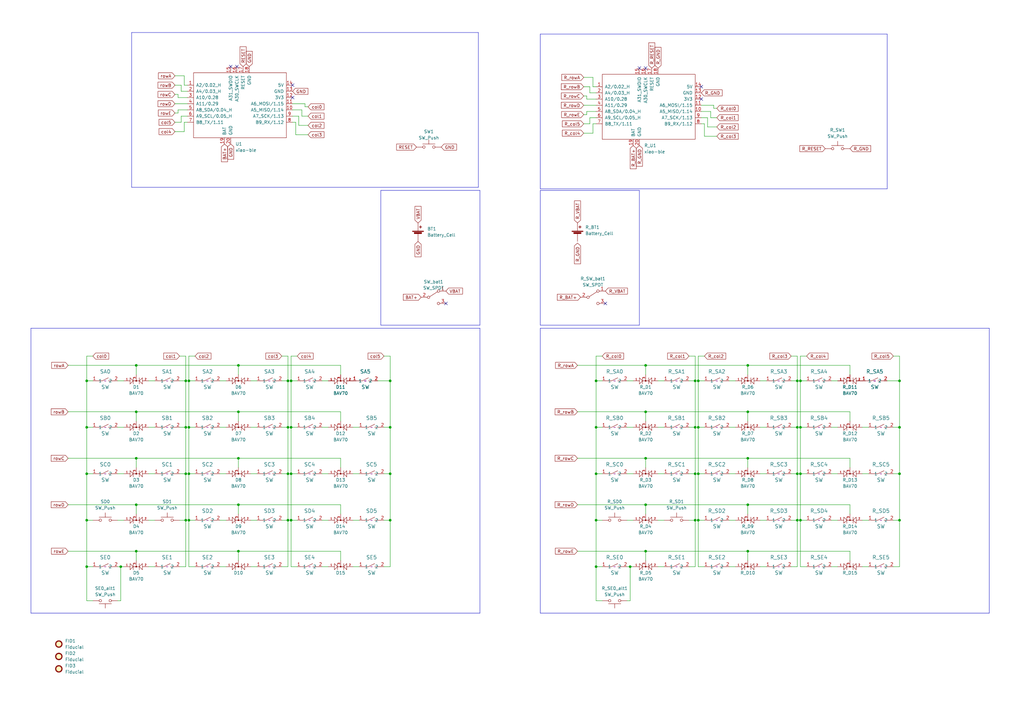
<source format=kicad_sch>
(kicad_sch (version 20230121) (generator eeschema)
  (paper "A3")
  (junction (at 76.2 213.36))
  (junction (at 368.935 194.31))
  (junction (at 160.02 175.26))
  (junction (at 118.11 213.36))
  (junction (at 119.38 156.21))
  (junction (at 368.935 213.36))
  (junction (at 328.295 194.31))
  (junction (at 264.795 187.96))
  (junction (at 264.795 207.01))
  (junction (at 328.295 213.36))
  (junction (at 286.385 175.26))
  (junction (at 55.88 187.96))
  (junction (at 285.115 213.36))
  (junction (at 327.025 213.36))
  (junction (at 118.11 156.21))
  (junction (at 55.88 168.91))
  (junction (at 97.79 187.96))
  (junction (at 306.705 149.86))
  (junction (at 244.475 175.26))
  (junction (at 76.2 175.26))
  (junction (at 328.295 175.26))
  (junction (at 77.47 194.31))
  (junction (at 77.47 175.26))
  (junction (at 286.385 156.21))
  (junction (at 306.705 187.96))
  (junction (at 119.38 194.31))
  (junction (at 286.385 213.36))
  (junction (at 368.935 156.21))
  (junction (at 35.56 175.26))
  (junction (at 306.705 226.06))
  (junction (at 285.115 175.26))
  (junction (at 55.88 207.01))
  (junction (at 76.2 156.21))
  (junction (at 264.795 149.86))
  (junction (at 244.475 213.36))
  (junction (at 119.38 213.36))
  (junction (at 286.385 194.31))
  (junction (at 35.56 156.21))
  (junction (at 306.705 207.01))
  (junction (at 244.475 194.31))
  (junction (at 258.445 232.41))
  (junction (at 160.02 213.36))
  (junction (at 160.02 194.31))
  (junction (at 285.115 194.31))
  (junction (at 328.295 156.21))
  (junction (at 35.56 232.41))
  (junction (at 285.115 156.21))
  (junction (at 264.795 226.06))
  (junction (at 97.79 168.91))
  (junction (at 264.795 168.91))
  (junction (at 119.38 175.26))
  (junction (at 55.88 226.06))
  (junction (at 118.11 175.26))
  (junction (at 327.025 175.26))
  (junction (at 97.79 207.01))
  (junction (at 77.47 213.36))
  (junction (at 118.11 194.31))
  (junction (at 35.56 194.31))
  (junction (at 49.53 232.41))
  (junction (at 97.79 149.86))
  (junction (at 77.47 156.21))
  (junction (at 160.02 156.21))
  (junction (at 97.79 226.06))
  (junction (at 327.025 194.31))
  (junction (at 76.2 194.31))
  (junction (at 35.56 213.36))
  (junction (at 55.88 149.86))
  (junction (at 244.475 232.41))
  (junction (at 327.025 156.21))
  (junction (at 368.935 175.26))
  (junction (at 306.705 168.91))
  (junction (at 244.475 156.21))
  (no_connect (at 120.015 40.005))
  (no_connect (at 264.795 27.94))
  (no_connect (at 248.285 124.46))
  (no_connect (at 262.255 27.94))
  (no_connect (at 287.655 35.56))
  (no_connect (at 182.88 124.46))
  (no_connect (at 120.015 34.925))
  (no_connect (at 287.655 40.64))
  (no_connect (at 97.155 27.305))
  (no_connect (at 94.615 27.305))
  (wire (pts (xy 328.295 175.26) (xy 330.835 175.26)))
  (wire (pts (xy 118.11 146.05) (xy 115.57 146.05)))
  (wire (pts (xy 311.785 213.36) (xy 314.325 213.36)))
  (wire (pts (xy 328.295 156.21) (xy 328.295 146.05)))
  (wire (pts (xy 286.385 194.31) (xy 288.925 194.31)))
  (wire (pts (xy 348.615 226.06) (xy 348.615 229.87)))
  (wire (pts (xy 236.855 149.86) (xy 264.795 149.86)))
  (wire (pts (xy 257.175 232.41) (xy 258.445 232.41)))
  (wire (pts (xy 244.475 194.31) (xy 247.015 194.31)))
  (wire (pts (xy 340.995 194.31) (xy 343.535 194.31)))
  (wire (pts (xy 27.94 149.86) (xy 55.88 149.86)))
  (wire (pts (xy 71.755 31.115) (xy 75.565 31.115)))
  (wire (pts (xy 264.795 207.01) (xy 264.795 210.82)))
  (wire (pts (xy 118.11 194.31) (xy 118.11 175.26)))
  (wire (pts (xy 353.695 175.26) (xy 356.235 175.26)))
  (wire (pts (xy 77.47 156.21) (xy 77.47 146.05)))
  (wire (pts (xy 55.88 187.96) (xy 55.88 191.77)))
  (wire (pts (xy 121.92 232.41) (xy 119.38 232.41)))
  (polyline (pts (xy 363.855 13.97) (xy 221.615 13.97)))
  (wire (pts (xy 240.665 40.64) (xy 244.475 40.64)))
  (polyline (pts (xy 405.765 134.62) (xy 405.765 251.46)))
  (wire (pts (xy 243.205 35.56) (xy 244.475 35.56)))
  (wire (pts (xy 306.705 226.06) (xy 348.615 226.06)))
  (wire (pts (xy 348.615 149.86) (xy 348.615 153.67)))
  (wire (pts (xy 247.015 232.41) (xy 244.475 232.41)))
  (wire (pts (xy 73.025 40.005) (xy 76.835 40.005)))
  (wire (pts (xy 328.295 156.21) (xy 330.835 156.21)))
  (wire (pts (xy 74.295 34.925) (xy 74.295 37.465)))
  (wire (pts (xy 49.53 232.41) (xy 49.53 246.38)))
  (wire (pts (xy 257.175 156.21) (xy 259.715 156.21)))
  (wire (pts (xy 90.17 156.21) (xy 92.71 156.21)))
  (wire (pts (xy 97.79 168.91) (xy 97.79 172.72)))
  (polyline (pts (xy 196.85 134.62) (xy 196.85 251.46)))
  (wire (pts (xy 240.665 45.72) (xy 244.475 45.72)))
  (wire (pts (xy 97.79 149.86) (xy 97.79 153.67)))
  (wire (pts (xy 125.095 43.815) (xy 125.095 42.545)))
  (wire (pts (xy 144.78 232.41) (xy 147.32 232.41)))
  (wire (pts (xy 132.08 232.41) (xy 134.62 232.41)))
  (wire (pts (xy 366.395 175.26) (xy 368.935 175.26)))
  (wire (pts (xy 73.66 213.36) (xy 76.2 213.36)))
  (polyline (pts (xy 221.615 133.35) (xy 262.255 133.35)))
  (wire (pts (xy 243.205 54.61) (xy 243.205 50.8)))
  (wire (pts (xy 244.475 194.31) (xy 244.475 213.36)))
  (wire (pts (xy 368.935 146.05) (xy 368.935 156.21)))
  (wire (pts (xy 119.38 156.21) (xy 121.92 156.21)))
  (polyline (pts (xy 405.765 251.46) (xy 221.615 251.46)))
  (wire (pts (xy 324.485 194.31) (xy 327.025 194.31)))
  (wire (pts (xy 119.38 194.31) (xy 119.38 213.36)))
  (wire (pts (xy 286.385 194.31) (xy 286.385 213.36)))
  (wire (pts (xy 239.395 31.75) (xy 243.205 31.75)))
  (wire (pts (xy 77.47 156.21) (xy 80.01 156.21)))
  (wire (pts (xy 244.475 146.05) (xy 247.015 146.05)))
  (wire (pts (xy 139.7 187.96) (xy 139.7 191.77)))
  (wire (pts (xy 366.395 213.36) (xy 368.935 213.36)))
  (polyline (pts (xy 53.975 13.335) (xy 53.975 76.835)))
  (wire (pts (xy 132.08 213.36) (xy 134.62 213.36)))
  (wire (pts (xy 102.87 213.36) (xy 105.41 213.36)))
  (wire (pts (xy 299.085 175.26) (xy 301.625 175.26)))
  (wire (pts (xy 102.87 156.21) (xy 105.41 156.21)))
  (wire (pts (xy 257.175 194.31) (xy 259.715 194.31)))
  (wire (pts (xy 290.195 48.26) (xy 287.655 48.26)))
  (wire (pts (xy 306.705 187.96) (xy 306.705 191.77)))
  (wire (pts (xy 71.755 38.735) (xy 73.025 38.735)))
  (wire (pts (xy 348.615 207.01) (xy 348.615 210.82)))
  (wire (pts (xy 236.855 207.01) (xy 264.795 207.01)))
  (wire (pts (xy 122.555 47.625) (xy 120.015 47.625)))
  (wire (pts (xy 132.08 156.21) (xy 134.62 156.21)))
  (polyline (pts (xy 12.7 134.62) (xy 12.7 251.46)))
  (wire (pts (xy 328.295 175.26) (xy 328.295 156.21)))
  (wire (pts (xy 239.395 50.8) (xy 241.935 50.8)))
  (wire (pts (xy 119.38 213.36) (xy 121.92 213.36)))
  (wire (pts (xy 292.735 44.45) (xy 292.735 43.18)))
  (wire (pts (xy 126.365 47.625) (xy 123.825 47.625)))
  (wire (pts (xy 73.025 38.735) (xy 73.025 40.005)))
  (polyline (pts (xy 12.7 134.62) (xy 196.85 134.62)))
  (wire (pts (xy 285.115 194.31) (xy 285.115 175.26)))
  (wire (pts (xy 306.705 149.86) (xy 306.705 153.67)))
  (wire (pts (xy 77.47 175.26) (xy 77.47 156.21)))
  (polyline (pts (xy 196.215 76.835) (xy 196.215 13.335)))
  (wire (pts (xy 77.47 194.31) (xy 80.01 194.31)))
  (wire (pts (xy 55.88 149.86) (xy 55.88 153.67)))
  (wire (pts (xy 76.2 156.21) (xy 76.2 146.05)))
  (wire (pts (xy 60.96 156.21) (xy 63.5 156.21)))
  (wire (pts (xy 118.11 213.36) (xy 118.11 232.41)))
  (wire (pts (xy 282.575 175.26) (xy 285.115 175.26)))
  (wire (pts (xy 73.66 194.31) (xy 76.2 194.31)))
  (wire (pts (xy 368.935 213.36) (xy 368.935 232.41)))
  (wire (pts (xy 55.88 207.01) (xy 55.88 210.82)))
  (wire (pts (xy 306.705 207.01) (xy 348.615 207.01)))
  (wire (pts (xy 27.94 168.91) (xy 55.88 168.91)))
  (wire (pts (xy 118.11 194.31) (xy 118.11 213.36)))
  (wire (pts (xy 27.94 207.01) (xy 55.88 207.01)))
  (wire (pts (xy 144.78 175.26) (xy 147.32 175.26)))
  (wire (pts (xy 119.38 194.31) (xy 119.38 175.26)))
  (wire (pts (xy 74.295 47.625) (xy 76.835 47.625)))
  (wire (pts (xy 269.875 213.36) (xy 272.415 213.36)))
  (wire (pts (xy 353.695 213.36) (xy 356.235 213.36)))
  (wire (pts (xy 119.38 156.21) (xy 119.38 146.05)))
  (wire (pts (xy 160.02 213.36) (xy 160.02 232.41)))
  (wire (pts (xy 291.465 45.72) (xy 287.655 45.72)))
  (wire (pts (xy 366.395 194.31) (xy 368.935 194.31)))
  (wire (pts (xy 258.445 232.41) (xy 258.445 246.38)))
  (wire (pts (xy 157.48 213.36) (xy 160.02 213.36)))
  (wire (pts (xy 77.47 175.26) (xy 80.01 175.26)))
  (wire (pts (xy 294.005 52.07) (xy 290.195 52.07)))
  (wire (pts (xy 121.285 55.245) (xy 126.365 55.245)))
  (wire (pts (xy 340.995 232.41) (xy 343.535 232.41)))
  (wire (pts (xy 306.705 149.86) (xy 348.615 149.86)))
  (wire (pts (xy 241.935 38.1) (xy 244.475 38.1)))
  (wire (pts (xy 264.795 207.01) (xy 306.705 207.01)))
  (wire (pts (xy 264.795 149.86) (xy 306.705 149.86)))
  (wire (pts (xy 38.1 232.41) (xy 35.56 232.41)))
  (wire (pts (xy 119.38 175.26) (xy 121.92 175.26)))
  (wire (pts (xy 306.705 168.91) (xy 306.705 172.72)))
  (wire (pts (xy 239.395 39.37) (xy 240.665 39.37)))
  (wire (pts (xy 269.875 232.41) (xy 272.415 232.41)))
  (wire (pts (xy 299.085 213.36) (xy 301.625 213.36)))
  (wire (pts (xy 286.385 213.36) (xy 286.385 232.41)))
  (polyline (pts (xy 196.215 13.335) (xy 53.975 13.335)))
  (wire (pts (xy 77.47 194.31) (xy 77.47 175.26)))
  (polyline (pts (xy 262.255 78.105) (xy 262.255 133.35)))
  (wire (pts (xy 243.205 31.75) (xy 243.205 35.56)))
  (wire (pts (xy 244.475 194.31) (xy 244.475 175.26)))
  (wire (pts (xy 327.025 175.26) (xy 327.025 156.21)))
  (wire (pts (xy 97.79 168.91) (xy 139.7 168.91)))
  (wire (pts (xy 60.96 175.26) (xy 63.5 175.26)))
  (wire (pts (xy 157.48 194.31) (xy 160.02 194.31)))
  (wire (pts (xy 340.995 175.26) (xy 343.535 175.26)))
  (polyline (pts (xy 53.975 76.835) (xy 196.215 76.835)))
  (wire (pts (xy 264.795 187.96) (xy 306.705 187.96)))
  (wire (pts (xy 241.935 50.8) (xy 241.935 48.26)))
  (wire (pts (xy 311.785 175.26) (xy 314.325 175.26)))
  (wire (pts (xy 236.855 168.91) (xy 264.795 168.91)))
  (wire (pts (xy 299.085 194.31) (xy 301.625 194.31)))
  (wire (pts (xy 115.57 175.26) (xy 118.11 175.26)))
  (wire (pts (xy 264.795 168.91) (xy 306.705 168.91)))
  (wire (pts (xy 269.875 156.21) (xy 272.415 156.21)))
  (wire (pts (xy 76.2 175.26) (xy 76.2 156.21)))
  (wire (pts (xy 97.79 226.06) (xy 97.79 229.87)))
  (wire (pts (xy 294.005 44.45) (xy 292.735 44.45)))
  (wire (pts (xy 327.025 194.31) (xy 327.025 175.26)))
  (wire (pts (xy 77.47 213.36) (xy 80.01 213.36)))
  (wire (pts (xy 27.94 187.96) (xy 55.88 187.96)))
  (wire (pts (xy 240.665 46.99) (xy 240.665 45.72)))
  (wire (pts (xy 285.115 213.36) (xy 285.115 232.41)))
  (wire (pts (xy 35.56 175.26) (xy 35.56 156.21)))
  (wire (pts (xy 121.285 50.165) (xy 121.285 55.245)))
  (wire (pts (xy 71.755 42.545) (xy 76.835 42.545)))
  (wire (pts (xy 76.2 194.31) (xy 76.2 175.26)))
  (polyline (pts (xy 156.21 133.35) (xy 156.21 78.105)))
  (wire (pts (xy 239.395 43.18) (xy 244.475 43.18)))
  (wire (pts (xy 328.295 213.36) (xy 330.835 213.36)))
  (wire (pts (xy 97.79 187.96) (xy 139.7 187.96)))
  (wire (pts (xy 368.935 194.31) (xy 368.935 213.36)))
  (wire (pts (xy 48.26 232.41) (xy 49.53 232.41)))
  (wire (pts (xy 119.38 213.36) (xy 119.38 232.41)))
  (wire (pts (xy 282.575 213.36) (xy 285.115 213.36)))
  (wire (pts (xy 35.56 194.31) (xy 35.56 175.26)))
  (wire (pts (xy 48.26 156.21) (xy 50.8 156.21)))
  (wire (pts (xy 282.575 194.31) (xy 285.115 194.31)))
  (wire (pts (xy 241.935 48.26) (xy 244.475 48.26)))
  (wire (pts (xy 73.66 175.26) (xy 76.2 175.26)))
  (wire (pts (xy 285.115 175.26) (xy 285.115 156.21)))
  (wire (pts (xy 311.785 156.21) (xy 314.325 156.21)))
  (polyline (pts (xy 196.85 78.105) (xy 196.85 133.35)))
  (wire (pts (xy 115.57 213.36) (xy 118.11 213.36)))
  (wire (pts (xy 102.87 175.26) (xy 105.41 175.26)))
  (wire (pts (xy 327.025 156.21) (xy 327.025 146.05)))
  (wire (pts (xy 90.17 213.36) (xy 92.71 213.36)))
  (wire (pts (xy 75.565 50.165) (xy 76.835 50.165)))
  (wire (pts (xy 258.445 246.38) (xy 257.175 246.38)))
  (wire (pts (xy 35.56 194.31) (xy 35.56 213.36)))
  (wire (pts (xy 97.79 207.01) (xy 97.79 210.82)))
  (wire (pts (xy 299.085 156.21) (xy 301.625 156.21)))
  (wire (pts (xy 299.085 232.41) (xy 301.625 232.41)))
  (wire (pts (xy 286.385 156.21) (xy 286.385 146.05)))
  (wire (pts (xy 55.88 168.91) (xy 55.88 172.72)))
  (wire (pts (xy 139.7 207.01) (xy 139.7 210.82)))
  (wire (pts (xy 269.875 175.26) (xy 272.415 175.26)))
  (wire (pts (xy 244.475 246.38) (xy 244.475 232.41)))
  (wire (pts (xy 264.795 168.91) (xy 264.795 172.72)))
  (wire (pts (xy 97.79 149.86) (xy 139.7 149.86)))
  (wire (pts (xy 118.11 175.26) (xy 118.11 156.21)))
  (wire (pts (xy 139.7 168.91) (xy 139.7 172.72)))
  (wire (pts (xy 311.785 232.41) (xy 314.325 232.41)))
  (wire (pts (xy 286.385 175.26) (xy 286.385 156.21)))
  (wire (pts (xy 160.02 156.21) (xy 160.02 175.26)))
  (wire (pts (xy 97.79 187.96) (xy 97.79 191.77)))
  (wire (pts (xy 90.17 194.31) (xy 92.71 194.31)))
  (wire (pts (xy 340.995 156.21) (xy 343.535 156.21)))
  (wire (pts (xy 324.485 156.21) (xy 327.025 156.21)))
  (wire (pts (xy 74.295 50.165) (xy 74.295 47.625)))
  (wire (pts (xy 48.26 175.26) (xy 50.8 175.26)))
  (wire (pts (xy 244.475 175.26) (xy 244.475 156.21)))
  (wire (pts (xy 144.78 194.31) (xy 147.32 194.31)))
  (wire (pts (xy 306.705 207.01) (xy 306.705 210.82)))
  (wire (pts (xy 244.475 213.36) (xy 247.015 213.36)))
  (wire (pts (xy 120.015 50.165) (xy 121.285 50.165)))
  (wire (pts (xy 328.295 194.31) (xy 330.835 194.31)))
  (wire (pts (xy 353.695 232.41) (xy 356.235 232.41)))
  (wire (pts (xy 324.485 175.26) (xy 327.025 175.26)))
  (wire (pts (xy 285.115 194.31) (xy 285.115 213.36)))
  (wire (pts (xy 123.825 47.625) (xy 123.825 45.085)))
  (wire (pts (xy 139.7 226.06) (xy 139.7 229.87)))
  (wire (pts (xy 35.56 194.31) (xy 38.1 194.31)))
  (wire (pts (xy 330.835 232.41) (xy 328.295 232.41)))
  (wire (pts (xy 311.785 194.31) (xy 314.325 194.31)))
  (wire (pts (xy 35.56 156.21) (xy 38.1 156.21)))
  (wire (pts (xy 35.56 213.36) (xy 38.1 213.36)))
  (wire (pts (xy 286.385 146.05) (xy 288.925 146.05)))
  (wire (pts (xy 38.1 246.38) (xy 35.56 246.38)))
  (wire (pts (xy 328.295 194.31) (xy 328.295 175.26)))
  (wire (pts (xy 286.385 156.21) (xy 288.925 156.21)))
  (wire (pts (xy 264.795 226.06) (xy 264.795 229.87)))
  (wire (pts (xy 363.855 156.21) (xy 368.935 156.21)))
  (wire (pts (xy 76.2 213.36) (xy 76.2 232.41)))
  (wire (pts (xy 49.53 232.41) (xy 50.8 232.41)))
  (wire (pts (xy 71.755 34.925) (xy 74.295 34.925)))
  (wire (pts (xy 35.56 146.05) (xy 38.1 146.05)))
  (wire (pts (xy 102.87 232.41) (xy 105.41 232.41)))
  (wire (pts (xy 240.665 39.37) (xy 240.665 40.64)))
  (wire (pts (xy 97.79 207.01) (xy 139.7 207.01)))
  (wire (pts (xy 119.38 194.31) (xy 121.92 194.31)))
  (wire (pts (xy 258.445 232.41) (xy 259.715 232.41)))
  (wire (pts (xy 244.475 213.36) (xy 244.475 232.41)))
  (wire (pts (xy 123.825 45.085) (xy 120.015 45.085)))
  (wire (pts (xy 291.465 48.26) (xy 291.465 45.72)))
  (wire (pts (xy 160.02 146.05) (xy 157.48 146.05)))
  (polyline (pts (xy 221.615 134.62) (xy 221.615 251.46)))
  (wire (pts (xy 126.365 43.815) (xy 125.095 43.815)))
  (polyline (pts (xy 156.21 133.35) (xy 196.85 133.35)))
  (wire (pts (xy 55.88 187.96) (xy 97.79 187.96)))
  (wire (pts (xy 35.56 246.38) (xy 35.56 232.41)))
  (wire (pts (xy 102.87 194.31) (xy 105.41 194.31)))
  (wire (pts (xy 160.02 194.31) (xy 160.02 213.36)))
  (wire (pts (xy 115.57 194.31) (xy 118.11 194.31)))
  (polyline (pts (xy 363.855 77.47) (xy 363.855 13.97)))
  (wire (pts (xy 368.935 194.31) (xy 368.935 175.26)))
  (wire (pts (xy 132.08 175.26) (xy 134.62 175.26)))
  (wire (pts (xy 157.48 175.26) (xy 160.02 175.26)))
  (wire (pts (xy 71.755 46.355) (xy 73.025 46.355)))
  (wire (pts (xy 90.17 175.26) (xy 92.71 175.26)))
  (wire (pts (xy 97.79 226.06) (xy 139.7 226.06)))
  (polyline (pts (xy 221.615 77.47) (xy 363.855 77.47)))
  (wire (pts (xy 76.2 232.41) (xy 73.66 232.41)))
  (wire (pts (xy 236.855 187.96) (xy 264.795 187.96)))
  (wire (pts (xy 55.88 226.06) (xy 55.88 229.87)))
  (wire (pts (xy 282.575 156.21) (xy 285.115 156.21)))
  (wire (pts (xy 366.395 232.41) (xy 368.935 232.41)))
  (wire (pts (xy 286.385 232.41) (xy 288.925 232.41)))
  (wire (pts (xy 125.095 42.545) (xy 120.015 42.545)))
  (wire (pts (xy 48.26 194.31) (xy 50.8 194.31)))
  (wire (pts (xy 324.485 213.36) (xy 327.025 213.36)))
  (wire (pts (xy 244.475 175.26) (xy 247.015 175.26)))
  (wire (pts (xy 286.385 213.36) (xy 288.925 213.36)))
  (wire (pts (xy 27.94 226.06) (xy 55.88 226.06)))
  (wire (pts (xy 286.385 194.31) (xy 286.385 175.26)))
  (wire (pts (xy 353.695 194.31) (xy 356.235 194.31)))
  (wire (pts (xy 75.565 53.975) (xy 75.565 50.165)))
  (wire (pts (xy 122.555 51.435) (xy 122.555 47.625)))
  (wire (pts (xy 71.755 50.165) (xy 74.295 50.165)))
  (wire (pts (xy 327.025 146.05) (xy 324.485 146.05)))
  (wire (pts (xy 76.2 146.05) (xy 73.66 146.05)))
  (wire (pts (xy 244.475 156.21) (xy 244.475 146.05)))
  (wire (pts (xy 77.47 232.41) (xy 80.01 232.41)))
  (wire (pts (xy 119.38 146.05) (xy 121.92 146.05)))
  (wire (pts (xy 35.56 175.26) (xy 38.1 175.26)))
  (wire (pts (xy 55.88 168.91) (xy 97.79 168.91)))
  (wire (pts (xy 340.995 213.36) (xy 343.535 213.36)))
  (wire (pts (xy 306.705 226.06) (xy 306.705 229.87)))
  (wire (pts (xy 257.175 213.36) (xy 259.715 213.36)))
  (wire (pts (xy 243.205 50.8) (xy 244.475 50.8)))
  (wire (pts (xy 348.615 187.96) (xy 348.615 191.77)))
  (wire (pts (xy 115.57 156.21) (xy 118.11 156.21)))
  (wire (pts (xy 77.47 213.36) (xy 77.47 232.41)))
  (wire (pts (xy 328.295 146.05) (xy 330.835 146.05)))
  (wire (pts (xy 327.025 194.31) (xy 327.025 213.36)))
  (wire (pts (xy 264.795 149.86) (xy 264.795 153.67)))
  (wire (pts (xy 287.655 50.8) (xy 288.925 50.8)))
  (wire (pts (xy 74.295 37.465) (xy 76.835 37.465)))
  (wire (pts (xy 328.295 194.31) (xy 328.295 213.36)))
  (wire (pts (xy 328.295 213.36) (xy 328.295 232.41)))
  (wire (pts (xy 55.88 226.06) (xy 97.79 226.06)))
  (wire (pts (xy 160.02 146.05) (xy 160.02 156.21)))
  (wire (pts (xy 288.925 55.88) (xy 294.005 55.88)))
  (wire (pts (xy 73.66 156.21) (xy 76.2 156.21)))
  (wire (pts (xy 306.705 168.91) (xy 348.615 168.91)))
  (wire (pts (xy 75.565 34.925) (xy 76.835 34.925)))
  (wire (pts (xy 244.475 156.21) (xy 247.015 156.21)))
  (wire (pts (xy 239.395 46.99) (xy 240.665 46.99)))
  (polyline (pts (xy 196.85 251.46) (xy 12.7 251.46)))
  (wire (pts (xy 285.115 156.21) (xy 285.115 146.05)))
  (wire (pts (xy 73.025 46.355) (xy 73.025 45.085)))
  (wire (pts (xy 118.11 156.21) (xy 118.11 146.05)))
  (polyline (pts (xy 221.615 133.35) (xy 221.615 78.105)))
  (wire (pts (xy 77.47 194.31) (xy 77.47 213.36)))
  (wire (pts (xy 368.935 156.21) (xy 368.935 175.26)))
  (wire (pts (xy 290.195 52.07) (xy 290.195 48.26)))
  (wire (pts (xy 144.78 213.36) (xy 147.32 213.36)))
  (wire (pts (xy 239.395 35.56) (xy 241.935 35.56)))
  (wire (pts (xy 285.115 146.05) (xy 282.575 146.05)))
  (wire (pts (xy 126.365 51.435) (xy 122.555 51.435)))
  (wire (pts (xy 324.485 232.41) (xy 327.025 232.41)))
  (wire (pts (xy 49.53 246.38) (xy 48.26 246.38)))
  (wire (pts (xy 132.08 194.31) (xy 134.62 194.31)))
  (wire (pts (xy 60.96 194.31) (xy 63.5 194.31)))
  (polyline (pts (xy 156.21 78.105) (xy 196.85 78.105)))
  (wire (pts (xy 77.47 146.05) (xy 80.01 146.05)))
  (wire (pts (xy 368.935 146.05) (xy 366.395 146.05)))
  (wire (pts (xy 71.755 53.975) (xy 75.565 53.975)))
  (wire (pts (xy 139.7 149.86) (xy 139.7 153.67)))
  (polyline (pts (xy 221.615 78.105) (xy 262.255 78.105)))
  (wire (pts (xy 160.02 194.31) (xy 160.02 175.26)))
  (wire (pts (xy 348.615 168.91) (xy 348.615 172.72)))
  (polyline (pts (xy 221.615 13.97) (xy 221.615 77.47)))
  (wire (pts (xy 292.735 43.18) (xy 287.655 43.18)))
  (wire (pts (xy 306.705 187.96) (xy 348.615 187.96)))
  (wire (pts (xy 76.2 194.31) (xy 76.2 213.36)))
  (wire (pts (xy 35.56 213.36) (xy 35.56 232.41)))
  (wire (pts (xy 73.025 45.085) (xy 76.835 45.085)))
  (wire (pts (xy 154.94 156.21) (xy 160.02 156.21)))
  (wire (pts (xy 157.48 232.41) (xy 160.02 232.41)))
  (wire (pts (xy 288.925 50.8) (xy 288.925 55.88)))
  (wire (pts (xy 236.855 226.06) (xy 264.795 226.06)))
  (wire (pts (xy 90.17 232.41) (xy 92.71 232.41)))
  (wire (pts (xy 241.935 35.56) (xy 241.935 38.1)))
  (wire (pts (xy 247.015 246.38) (xy 244.475 246.38)))
  (wire (pts (xy 285.115 232.41) (xy 282.575 232.41)))
  (wire (pts (xy 257.175 175.26) (xy 259.715 175.26)))
  (wire (pts (xy 269.875 194.31) (xy 272.415 194.31)))
  (wire (pts (xy 55.88 207.01) (xy 97.79 207.01)))
  (wire (pts (xy 294.005 48.26) (xy 291.465 48.26)))
  (wire (pts (xy 327.025 213.36) (xy 327.025 232.41)))
  (wire (pts (xy 119.38 175.26) (xy 119.38 156.21)))
  (wire (pts (xy 286.385 175.26) (xy 288.925 175.26)))
  (wire (pts (xy 55.88 149.86) (xy 97.79 149.86)))
  (wire (pts (xy 48.26 213.36) (xy 50.8 213.36)))
  (wire (pts (xy 239.395 54.61) (xy 243.205 54.61)))
  (wire (pts (xy 75.565 31.115) (xy 75.565 34.925)))
  (wire (pts (xy 115.57 232.41) (xy 118.11 232.41)))
  (polyline (pts (xy 221.615 134.62) (xy 405.765 134.62)))
  (wire (pts (xy 60.96 232.41) (xy 63.5 232.41)))
  (wire (pts (xy 264.795 187.96) (xy 264.795 191.77)))
  (wire (pts (xy 264.795 226.06) (xy 306.705 226.06)))
  (wire (pts (xy 35.56 156.21) (xy 35.56 146.05)))
  (wire (pts (xy 60.96 213.36) (xy 63.5 213.36)))
  (global_label "col5" (shape input) (at 157.48 146.05 180) (property "Intersheetrefs" "${INTERSHEET_REFS}" (effects hide)))
  (global_label "R_rowE" (shape input) (at 236.855 226.06 180) (property "Intersheetrefs" "${INTERSHEET_REFS}" (effects hide)))
  (global_label "rowA" (shape input) (at 27.94 149.86 180) (property "Intersheetrefs" "${INTERSHEET_REFS}" (effects hide)))
  (global_label "R_GND" (shape input) (at 269.875 27.94 90) (property "Intersheetrefs" "${INTERSHEET_REFS}" (effects hide)))
  (global_label "R_rowA" (shape input) (at 239.395 31.75 180) (property "Intersheetrefs" "${INTERSHEET_REFS}" (effects hide)))
  (global_label "RESET" (shape input) (at 99.695 27.305 90) (property "Intersheetrefs" "${INTERSHEET_REFS}" (effects hide)))
  (global_label "R_BAT+" (shape input) (at 238.125 121.92 180) (property "Intersheetrefs" "${INTERSHEET_REFS}" (effects hide)))
  (global_label "col5" (shape input) (at 71.755 50.165 180) (property "Intersheetrefs" "${INTERSHEET_REFS}" (effects hide)))
  (global_label "GND" (shape input) (at 180.975 60.325 0) (property "Intersheetrefs" "${INTERSHEET_REFS}" (effects hide)))
  (global_label "R_rowA" (shape input) (at 236.855 149.86 180) (property "Intersheetrefs" "${INTERSHEET_REFS}" (effects hide)))
  (global_label "rowD" (shape input) (at 71.755 42.545 180) (property "Intersheetrefs" "${INTERSHEET_REFS}" (effects hide)))
  (global_label "R_col4" (shape input) (at 330.835 146.05 0) (property "Intersheetrefs" "${INTERSHEET_REFS}" (effects hide)))
  (global_label "col4" (shape input) (at 71.755 53.975 180) (property "Intersheetrefs" "${INTERSHEET_REFS}" (effects hide)))
  (global_label "GND" (shape input) (at 120.015 37.465 0) (property "Intersheetrefs" "${INTERSHEET_REFS}" (effects hide)))
  (global_label "R_col3" (shape input) (at 294.005 55.88 0) (property "Intersheetrefs" "${INTERSHEET_REFS}" (effects hide)))
  (global_label "R_GND" (shape input) (at 348.615 60.96 0) (property "Intersheetrefs" "${INTERSHEET_REFS}" (effects hide)))
  (global_label "R_GND" (shape input) (at 262.255 59.69 270) (property "Intersheetrefs" "${INTERSHEET_REFS}" (effects hide)))
  (global_label "col1" (shape input) (at 73.66 146.05 180) (property "Intersheetrefs" "${INTERSHEET_REFS}" (effects hide)))
  (global_label "R_GND" (shape input) (at 236.855 99.695 270) (property "Intersheetrefs" "${INTERSHEET_REFS}" (effects hide)))
  (global_label "col1" (shape input) (at 126.365 47.625 0) (property "Intersheetrefs" "${INTERSHEET_REFS}" (effects hide)))
  (global_label "col2" (shape input) (at 126.365 51.435 0) (property "Intersheetrefs" "${INTERSHEET_REFS}" (effects hide)))
  (global_label "rowA" (shape input) (at 71.755 31.115 180) (property "Intersheetrefs" "${INTERSHEET_REFS}" (effects hide)))
  (global_label "R_col2" (shape input) (at 294.005 52.07 0) (property "Intersheetrefs" "${INTERSHEET_REFS}" (effects hide)))
  (global_label "R_VBAT" (shape input) (at 236.855 91.44 90) (property "Intersheetrefs" "${INTERSHEET_REFS}" (effects hide)))
  (global_label "R_col5" (shape input) (at 239.395 50.8 180) (property "Intersheetrefs" "${INTERSHEET_REFS}" (effects hide)))
  (global_label "R_col0" (shape input) (at 247.015 146.05 0) (property "Intersheetrefs" "${INTERSHEET_REFS}" (effects hide)))
  (global_label "col4" (shape input) (at 121.92 146.05 0) (property "Intersheetrefs" "${INTERSHEET_REFS}" (effects hide)))
  (global_label "GND" (shape input) (at 171.45 99.06 270) (property "Intersheetrefs" "${INTERSHEET_REFS}" (effects hide)))
  (global_label "col3" (shape input) (at 126.365 55.245 0) (property "Intersheetrefs" "${INTERSHEET_REFS}" (effects hide)))
  (global_label "rowC" (shape input) (at 71.755 38.735 180) (property "Intersheetrefs" "${INTERSHEET_REFS}" (effects hide)))
  (global_label "BAT+" (shape input) (at 172.72 121.92 180) (property "Intersheetrefs" "${INTERSHEET_REFS}" (effects hide)))
  (global_label "GND" (shape input) (at 94.615 59.055 270) (property "Intersheetrefs" "${INTERSHEET_REFS}" (effects hide)))
  (global_label "col0" (shape input) (at 126.365 43.815 0) (property "Intersheetrefs" "${INTERSHEET_REFS}" (effects hide)))
  (global_label "R_GND" (shape input) (at 287.655 38.1 0) (property "Intersheetrefs" "${INTERSHEET_REFS}" (effects hide)))
  (global_label "R_col4" (shape input) (at 239.395 54.61 180) (property "Intersheetrefs" "${INTERSHEET_REFS}" (effects hide)))
  (global_label "col2" (shape input) (at 80.01 146.05 0) (property "Intersheetrefs" "${INTERSHEET_REFS}" (effects hide)))
  (global_label "R_VBAT" (shape input) (at 248.285 119.38 0) (property "Intersheetrefs" "${INTERSHEET_REFS}" (effects hide)))
  (global_label "RESET" (shape input) (at 170.815 60.325 180) (property "Intersheetrefs" "${INTERSHEET_REFS}" (effects hide)))
  (global_label "R_col0" (shape input) (at 294.005 44.45 0) (property "Intersheetrefs" "${INTERSHEET_REFS}" (effects hide)))
  (global_label "R_rowE" (shape input) (at 239.395 46.99 180) (property "Intersheetrefs" "${INTERSHEET_REFS}" (effects hide)))
  (global_label "R_RESET" (shape input) (at 267.335 27.94 90) (property "Intersheetrefs" "${INTERSHEET_REFS}" (effects hide)))
  (global_label "VBAT" (shape input) (at 171.45 91.44 90) (property "Intersheetrefs" "${INTERSHEET_REFS}" (effects hide)))
  (global_label "BAT+" (shape input) (at 92.075 59.055 270) (property "Intersheetrefs" "${INTERSHEET_REFS}" (effects hide)))
  (global_label "R_rowB" (shape input) (at 239.395 35.56 180) (property "Intersheetrefs" "${INTERSHEET_REFS}" (effects hide)))
  (global_label "R_col5" (shape input) (at 366.395 146.05 180) (property "Intersheetrefs" "${INTERSHEET_REFS}" (effects hide)))
  (global_label "rowB" (shape input) (at 71.755 34.925 180) (property "Intersheetrefs" "${INTERSHEET_REFS}" (effects hide)))
  (global_label "R_col1" (shape input) (at 294.005 48.26 0) (property "Intersheetrefs" "${INTERSHEET_REFS}" (effects hide)))
  (global_label "GND" (shape input) (at 102.235 27.305 90) (property "Intersheetrefs" "${INTERSHEET_REFS}" (effects hide)))
  (global_label "R_RESET" (shape input) (at 338.455 60.96 180) (property "Intersheetrefs" "${INTERSHEET_REFS}" (effects hide)))
  (global_label "rowD" (shape input) (at 27.94 207.01 180) (property "Intersheetrefs" "${INTERSHEET_REFS}" (effects hide)))
  (global_label "col3" (shape input) (at 115.57 146.05 180) (property "Intersheetrefs" "${INTERSHEET_REFS}" (effects hide)))
  (global_label "VBAT" (shape input) (at 182.88 119.38 0) (property "Intersheetrefs" "${INTERSHEET_REFS}" (effects hide)))
  (global_label "R_BAT+" (shape input) (at 259.715 59.69 270) (property "Intersheetrefs" "${INTERSHEET_REFS}" (effects hide)))
  (global_label "R_rowD" (shape input) (at 239.395 43.18 180) (property "Intersheetrefs" "${INTERSHEET_REFS}" (effects hide)))
  (global_label "rowE" (shape input) (at 27.94 226.06 180) (property "Intersheetrefs" "${INTERSHEET_REFS}" (effects hide)))
  (global_label "R_rowC" (shape input) (at 236.855 187.96 180) (property "Intersheetrefs" "${INTERSHEET_REFS}" (effects hide)))
  (global_label "col0" (shape input) (at 38.1 146.05 0) (property "Intersheetrefs" "${INTERSHEET_REFS}" (effects hide)))
  (global_label "R_col3" (shape input) (at 324.485 146.05 180) (property "Intersheetrefs" "${INTERSHEET_REFS}" (effects hide)))
  (global_label "R_rowC" (shape input) (at 239.395 39.37 180) (property "Intersheetrefs" "${INTERSHEET_REFS}" (effects hide)))
  (global_label "R_rowB" (shape input) (at 236.855 168.91 180) (property "Intersheetrefs" "${INTERSHEET_REFS}" (effects hide)))
  (global_label "R_col1" (shape input) (at 282.575 146.05 180) (property "Intersheetrefs" "${INTERSHEET_REFS}" (effects hide)))
  (global_label "rowB" (shape input) (at 27.94 168.91 180) (property "Intersheetrefs" "${INTERSHEET_REFS}" (effects hide)))
  (global_label "R_col2" (shape input) (at 288.925 146.05 0) (property "Intersheetrefs" "${INTERSHEET_REFS}" (effects hide)))
  (global_label "R_rowD" (shape input) (at 236.855 207.01 180) (property "Intersheetrefs" "${INTERSHEET_REFS}" (effects hide)))
  (global_label "rowC" (shape input) (at 27.94 187.96 180) (property "Intersheetrefs" "${INTERSHEET_REFS}" (effects hide)))
  (global_label "rowE" (shape input) (at 71.755 46.355 180) (property "Intersheetrefs" "${INTERSHEET_REFS}" (effects hide)))
  (symbol (lib_id "YAEMK:MX_1U") (at 319.405 156.21 0) (unit 1)
    (property "Reference" "R_SA3" (at 319.405 152.4 0) (effects (font (size 1.524 1.524))))
    (property "Value" "SW" (at 319.405 158.75 0) (effects (font (size 1.524 1.524))))
    (property "Footprint" "pretty:CherryMX_Hotswap" (effects hide))
    (property "Datasheet" "~" (at 319.405 156.21 0) (effects (font (size 1.524 1.524))))
    (property "JLCPCB BOM" "0" (effects hide))
  )
  (symbol (lib_id "Mechanical:Fiducial") (at 24.13 264.16 0) (unit 1)
    (property "Reference" "FID1" (at 26.67 262.8899 0) (effects (justify left)))
    (property "Value" "Fiducial" (at 26.67 265.4299 0) (effects (justify left)))
    (property "Footprint" "Fiducial:Fiducial_1mm_Mask2mm" (effects hide))
  )
  (symbol (lib_id "Mechanical:Fiducial") (at 24.13 274.32 0) (unit 1)
    (property "Reference" "FID3" (at 26.67 273.0499 0) (effects (justify left)))
    (property "Value" "Fiducial" (at 26.67 275.5899 0) (effects (justify left)))
    (property "Footprint" "Fiducial:Fiducial_1mm_Mask2mm" (effects hide))
  )
  (symbol (lib_id "YAEMK:MX_1U") (at 277.495 175.26 0) (unit 1)
    (property "Reference" "R_SB1" (at 277.495 171.45 0) (effects (font (size 1.524 1.524))))
    (property "Value" "SW" (at 277.495 177.8 0) (effects (font (size 1.524 1.524))))
    (property "Footprint" "pretty:CherryMX_Hotswap" (effects hide))
    (property "Datasheet" "~" (at 277.495 175.26 0) (effects (font (size 1.524 1.524))))
    (property "JLCPCB BOM" "0" (effects hide))
  )
  (symbol (lib_id "hillside_basic:BAV70_Small") (at 264.795 213.36 0) (mirror x) (unit 1)
    (property "Reference" "R_D4" (at 264.795 215.9 0))
    (property "Value" "BAV70" (at 264.795 218.44 0))
    (property "Footprint" "Package_TO_SOT_SMD:SOT-23" (effects hide))
    (property "Datasheet" "https://assets.nexperia.com/documents/data-sheet/BAV70_SER.pdf" (effects hide))
  )
  (symbol (lib_id "YAEMK:MX_1U") (at 319.405 232.41 0) (unit 1)
    (property "Reference" "R_SE3" (at 319.405 228.6 0) (effects (font (size 1.524 1.524))))
    (property "Value" "SW" (at 319.405 234.95 0) (effects (font (size 1.524 1.524))))
    (property "Footprint" "pretty:CherryMX_Hotswap" (effects hide))
    (property "Datasheet" "~" (at 319.405 232.41 0) (effects (font (size 1.524 1.524))))
    (property "JLCPCB BOM" "0" (effects hide))
  )
  (symbol (lib_id "YAEMK:MX_1U") (at 252.095 156.21 0) (unit 1)
    (property "Reference" "R_SA0" (at 252.095 152.4 0) (effects (font (size 1.524 1.524))))
    (property "Value" "SW" (at 252.095 158.75 0) (effects (font (size 1.524 1.524))))
    (property "Footprint" "pretty:CherryMX_Hotswap" (effects hide))
    (property "Datasheet" "~" (at 252.095 156.21 0) (effects (font (size 1.524 1.524))))
    (property "JLCPCB BOM" "0" (effects hide))
  )
  (symbol (lib_id "hillside_basic:BAV70_Small") (at 55.88 213.36 0) (mirror x) (unit 1)
    (property "Reference" "D4" (at 55.88 215.9 0))
    (property "Value" "BAV70" (at 55.88 218.44 0))
    (property "Footprint" "Package_TO_SOT_SMD:SOT-23" (effects hide))
    (property "Datasheet" "https://assets.nexperia.com/documents/data-sheet/BAV70_SER.pdf" (effects hide))
  )
  (symbol (lib_id "YAEMK:MX_1U") (at 152.4 213.36 0) (unit 1)
    (property "Reference" "SD5" (at 152.4 209.55 0) (effects (font (size 1.524 1.524))))
    (property "Value" "SW" (at 152.4 215.9 0) (effects (font (size 1.524 1.524))))
    (property "Footprint" "pretty:CherryMX_1.25U_Hotswap" (effects hide))
    (property "Datasheet" "~" (at 152.4 213.36 0) (effects (font (size 1.524 1.524))))
    (property "JLCPCB BOM" "0" (effects hide))
  )
  (symbol (lib_id "YAEMK:MX_1U") (at 152.4 175.26 0) (unit 1)
    (property "Reference" "SB5" (at 152.4 171.45 0) (effects (font (size 1.524 1.524))))
    (property "Value" "SW" (at 152.4 177.8 0) (effects (font (size 1.524 1.524))))
    (property "Footprint" "pretty:CherryMX_Hotswap" (effects hide))
    (property "Datasheet" "~" (at 152.4 175.26 0) (effects (font (size 1.524 1.524))))
    (property "JLCPCB BOM" "0" (effects hide))
  )
  (symbol (lib_id "hillside_basic:BAV70_Small") (at 55.88 232.41 0) (mirror x) (unit 1)
    (property "Reference" "D5" (at 55.88 234.95 0))
    (property "Value" "BAV70" (at 55.88 237.49 0))
    (property "Footprint" "pretty:SOT-23" (effects hide))
    (property "Datasheet" "https://assets.nexperia.com/documents/data-sheet/BAV70_SER.pdf" (effects hide))
  )
  (symbol (lib_id "hillside_basic:BAV70_Small") (at 306.705 156.21 0) (mirror x) (unit 1)
    (property "Reference" "R_D6" (at 306.705 158.75 0))
    (property "Value" "BAV70" (at 306.705 161.29 0))
    (property "Footprint" "pretty:SOT-23" (effects hide))
    (property "Datasheet" "https://assets.nexperia.com/documents/data-sheet/BAV70_SER.pdf" (effects hide))
  )
  (symbol (lib_id "YAEMK:MX_1U") (at 361.315 194.31 0) (unit 1)
    (property "Reference" "R_SC5" (at 361.315 190.5 0) (effects (font (size 1.524 1.524))))
    (property "Value" "SW" (at 361.315 196.85 0) (effects (font (size 1.524 1.524))))
    (property "Footprint" "pretty:CherryMX_Hotswap" (effects hide))
    (property "Datasheet" "~" (at 361.315 194.31 0) (effects (font (size 1.524 1.524))))
    (property "JLCPCB BOM" "0" (effects hide))
  )
  (symbol (lib_id "YAEMK:MX_1U") (at 335.915 175.26 0) (unit 1)
    (property "Reference" "R_SB4" (at 335.915 171.45 0) (effects (font (size 1.524 1.524))))
    (property "Value" "SW" (at 335.915 177.8 0) (effects (font (size 1.524 1.524))))
    (property "Footprint" "pretty:CherryMX_Hotswap" (effects hide))
    (property "Datasheet" "~" (at 335.915 175.26 0) (effects (font (size 1.524 1.524))))
    (property "JLCPCB BOM" "0" (effects hide))
  )
  (symbol (lib_id "hillside_basic:BAV70_Small") (at 97.79 156.21 0) (mirror x) (unit 1)
    (property "Reference" "D6" (at 97.79 158.75 0))
    (property "Value" "BAV70" (at 97.79 161.29 0))
    (property "Footprint" "pretty:SOT-23" (effects hide))
    (property "Datasheet" "https://assets.nexperia.com/documents/data-sheet/BAV70_SER.pdf" (effects hide))
  )
  (symbol (lib_id "Switch:SW_Push") (at 175.895 60.325 0) (unit 1)
    (property "Reference" "SW1" (at 175.895 53.975 0))
    (property "Value" "SW_Push" (at 175.895 56.515 0))
    (property "Footprint" "Button_Switch_SMD:SW_SPST_TL3342" (effects hide))
  )
  (symbol (lib_id "YAEMK:MX_1U") (at 85.09 156.21 0) (unit 1)
    (property "Reference" "SA2" (at 85.09 152.4 0) (effects (font (size 1.524 1.524))))
    (property "Value" "SW" (at 85.09 158.75 0) (effects (font (size 1.524 1.524))))
    (property "Footprint" "pretty:CherryMX_Hotswap" (effects hide))
    (property "Datasheet" "~" (at 85.09 156.21 0) (effects (font (size 1.524 1.524))))
    (property "JLCPCB BOM" "0" (effects hide))
  )
  (symbol (lib_id "hillside_basic:BAV70_Small") (at 348.615 175.26 0) (mirror x) (unit 1)
    (property "Reference" "R_D12" (at 348.615 177.8 0))
    (property "Value" "BAV70" (at 348.615 180.34 0))
    (property "Footprint" "pretty:SOT-23" (effects hide))
    (property "Datasheet" "https://assets.nexperia.com/documents/data-sheet/BAV70_SER.pdf" (effects hide))
  )
  (symbol (lib_id "YAEMK:MX_1U") (at 252.095 194.31 0) (unit 1)
    (property "Reference" "R_SC0" (at 252.095 190.5 0) (effects (font (size 1.524 1.524))))
    (property "Value" "SW" (at 252.095 196.85 0) (effects (font (size 1.524 1.524))))
    (property "Footprint" "pretty:CherryMX_Hotswap" (effects hide))
    (property "Datasheet" "~" (at 252.095 194.31 0) (effects (font (size 1.524 1.524))))
    (property "JLCPCB BOM" "0" (effects hide))
  )
  (symbol (lib_id "YAEMK:MX_1U") (at 294.005 232.41 0) (unit 1)
    (property "Reference" "R_SE2" (at 294.005 228.6 0) (effects (font (size 1.524 1.524))))
    (property "Value" "SW" (at 294.005 234.95 0) (effects (font (size 1.524 1.524))))
    (property "Footprint" "pretty:CherryMX_1.25U_Hotswap" (effects hide))
    (property "Datasheet" "~" (at 294.005 232.41 0) (effects (font (size 1.524 1.524))))
    (property "JLCPCB BOM" "0" (effects hide))
  )
  (symbol (lib_id "YAEMK:MX_1U") (at 361.315 232.41 0) (unit 1)
    (property "Reference" "R_SE5" (at 361.315 228.6 0) (effects (font (size 1.524 1.524))))
    (property "Value" "SW" (at 361.315 234.95 0) (effects (font (size 1.524 1.524))))
    (property "Footprint" "pretty:CherryMX_Hotswap" (effects hide))
    (property "Datasheet" "~" (at 361.315 232.41 0) (effects (font (size 1.524 1.524))))
    (property "JLCPCB BOM" "0" (effects hide))
  )
  (symbol (lib_id "YAEMK:MX_1U") (at 68.58 175.26 0) (unit 1)
    (property "Reference" "SB1" (at 68.58 171.45 0) (effects (font (size 1.524 1.524))))
    (property "Value" "SW" (at 68.58 177.8 0) (effects (font (size 1.524 1.524))))
    (property "Footprint" "pretty:CherryMX_Hotswap" (effects hide))
    (property "Datasheet" "~" (at 68.58 175.26 0) (effects (font (size 1.524 1.524))))
    (property "JLCPCB BOM" "0" (effects hide))
  )
  (symbol (lib_id "hillside_basic:BAV70_Small") (at 139.7 213.36 0) (mirror x) (unit 1)
    (property "Reference" "D14" (at 139.7 215.9 0))
    (property "Value" "BAV70" (at 139.7 218.44 0))
    (property "Footprint" "pretty:SOT-23" (effects hide))
    (property "Datasheet" "https://assets.nexperia.com/documents/data-sheet/BAV70_SER.pdf" (effects hide))
  )
  (symbol (lib_id "YAEMK:MX_1U") (at 85.09 232.41 0) (unit 1)
    (property "Reference" "SE2" (at 85.09 228.6 0) (effects (font (size 1.524 1.524))))
    (property "Value" "SW" (at 85.09 234.95 0) (effects (font (size 1.524 1.524))))
    (property "Footprint" "pretty:CherryMX_1.25U_Hotswap" (effects hide))
    (property "Datasheet" "~" (at 85.09 232.41 0) (effects (font (size 1.524 1.524))))
    (property "JLCPCB BOM" "0" (effects hide))
  )
  (symbol (lib_id "YAEMK:MX_1U") (at 277.495 194.31 0) (unit 1)
    (property "Reference" "R_SC1" (at 277.495 190.5 0) (effects (font (size 1.524 1.524))))
    (property "Value" "SW" (at 277.495 196.85 0) (effects (font (size 1.524 1.524))))
    (property "Footprint" "pretty:CherryMX_Hotswap" (effects hide))
    (property "Datasheet" "~" (at 277.495 194.31 0) (effects (font (size 1.524 1.524))))
    (property "JLCPCB BOM" "0" (effects hide))
  )
  (symbol (lib_id "YAEMK:MX_1U") (at 85.09 213.36 0) (unit 1)
    (property "Reference" "SD2" (at 85.09 209.55 0) (effects (font (size 1.524 1.524))))
    (property "Value" "SW" (at 85.09 215.9 0) (effects (font (size 1.524 1.524))))
    (property "Footprint" "pretty:CherryMX_Hotswap" (effects hide))
    (property "Datasheet" "~" (at 85.09 213.36 0) (effects (font (size 1.524 1.524))))
    (property "JLCPCB BOM" "0" (effects hide))
  )
  (symbol (lib_id "YAEMK:MX_1U") (at 127 175.26 0) (unit 1)
    (property "Reference" "SB4" (at 127 171.45 0) (effects (font (size 1.524 1.524))))
    (property "Value" "SW" (at 127 177.8 0) (effects (font (size 1.524 1.524))))
    (property "Footprint" "pretty:CherryMX_Hotswap" (effects hide))
    (property "Datasheet" "~" (at 127 175.26 0) (effects (font (size 1.524 1.524))))
    (property "JLCPCB BOM" "0" (effects hide))
  )
  (symbol (lib_id "YAEMK:MX_1U") (at 110.49 232.41 0) (unit 1)
    (property "Reference" "SE3" (at 110.49 228.6 0) (effects (font (size 1.524 1.524))))
    (property "Value" "SW" (at 110.49 234.95 0) (effects (font (size 1.524 1.524))))
    (property "Footprint" "pretty:CherryMX_Hotswap" (effects hide))
    (property "Datasheet" "~" (at 110.49 232.41 0) (effects (font (size 1.524 1.524))))
    (property "JLCPCB BOM" "0" (effects hide))
  )
  (symbol (lib_id "Switch:SW_Push") (at 43.18 246.38 180) (unit 1)
    (property "Reference" "SE0_alt1" (at 43.18 241.3 0))
    (property "Value" "SW_Push" (at 43.18 243.84 0))
    (property "Footprint" "Button_Switch_THT:SW_Tactile_SPST_Angled_PTS645Vx39-2LFS" (effects hide))
  )
  (symbol (lib_id "Switch:SW_SPDT") (at 243.205 121.92 0) (unit 1)
    (property "Reference" "R_SW_bat1" (at 243.205 114.3 0))
    (property "Value" "SW_SPDT" (at 243.205 116.84 0))
    (property "Footprint" "sepp:switch-MSK-12C02-smd" (effects hide))
  )
  (symbol (lib_id "YAEMK:MX_1U") (at 335.915 232.41 0) (unit 1)
    (property "Reference" "R_SE4" (at 335.915 228.6 0) (effects (font (size 1.524 1.524))))
    (property "Value" "SW" (at 335.915 234.95 0) (effects (font (size 1.524 1.524))))
    (property "Footprint" "pretty:CherryMX_Hotswap" (effects hide))
    (property "Datasheet" "~" (at 335.915 232.41 0) (effects (font (size 1.524 1.524))))
    (property "JLCPCB BOM" "0" (effects hide))
  )
  (symbol (lib_id "hillside_basic:BAV70_Small") (at 139.7 194.31 0) (mirror x) (unit 1)
    (property "Reference" "D13" (at 139.7 196.85 0))
    (property "Value" "BAV70" (at 139.7 199.39 0))
    (property "Footprint" "pretty:SOT-23" (effects hide))
    (property "Datasheet" "https://assets.nexperia.com/documents/data-sheet/BAV70_SER.pdf" (effects hide))
  )
  (symbol (lib_id "YAEMK:MX_1U") (at 294.005 156.21 0) (unit 1)
    (property "Reference" "R_SA2" (at 294.005 152.4 0) (effects (font (size 1.524 1.524))))
    (property "Value" "SW" (at 294.005 158.75 0) (effects (font (size 1.524 1.524))))
    (property "Footprint" "pretty:CherryMX_Hotswap" (effects hide))
    (property "Datasheet" "~" (at 294.005 156.21 0) (effects (font (size 1.524 1.524))))
    (property "JLCPCB BOM" "0" (effects hide))
  )
  (symbol (lib_id "hillside_basic:BAV70_Small") (at 306.705 213.36 0) (mirror x) (unit 1)
    (property "Reference" "R_D9" (at 306.705 215.9 0))
    (property "Value" "BAV70" (at 306.705 218.44 0))
    (property "Footprint" "pretty:SOT-23" (effects hide))
    (property "Datasheet" "https://assets.nexperia.com/documents/data-sheet/BAV70_SER.pdf" (effects hide))
  )
  (symbol (lib_id "hillside_basic:BAV70_Small") (at 264.795 232.41 0) (mirror x) (unit 1)
    (property "Reference" "R_D5" (at 264.795 234.95 0))
    (property "Value" "BAV70" (at 264.795 237.49 0))
    (property "Footprint" "pretty:SOT-23" (effects hide))
    (property "Datasheet" "https://assets.nexperia.com/documents/data-sheet/BAV70_SER.pdf" (effects hide))
  )
  (symbol (lib_id "hillside_basic:BAV70_Small") (at 264.795 175.26 0) (mirror x) (unit 1)
    (property "Reference" "R_D2" (at 264.795 177.8 0))
    (property "Value" "BAV70" (at 264.795 180.34 0))
    (property "Footprint" "pretty:SOT-23" (effects hide))
    (property "Datasheet" "https://assets.nexperia.com/documents/data-sheet/BAV70_SER.pdf" (effects hide))
  )
  (symbol (lib_id "YAEMK:MX_1U") (at 335.915 194.31 0) (unit 1)
    (property "Reference" "R_SC4" (at 335.915 190.5 0) (effects (font (size 1.524 1.524))))
    (property "Value" "SW" (at 335.915 196.85 0) (effects (font (size 1.524 1.524))))
    (property "Footprint" "pretty:CherryMX_Hotswap" (effects hide))
    (property "Datasheet" "~" (at 335.915 194.31 0) (effects (font (size 1.524 1.524))))
    (property "JLCPCB BOM" "0" (effects hide))
  )
  (symbol (lib_id "YAEMK:MX_1U") (at 319.405 194.31 0) (unit 1)
    (property "Reference" "R_SC3" (at 319.405 190.5 0) (effects (font (size 1.524 1.524))))
    (property "Value" "SW" (at 319.405 196.85 0) (effects (font (size 1.524 1.524))))
    (property "Footprint" "pretty:CherryMX_Hotswap" (effects hide))
    (property "Datasheet" "~" (at 319.405 194.31 0) (effects (font (size 1.524 1.524))))
    (property "JLCPCB BOM" "0" (effects hide))
  )
  (symbol (lib_id "hillside_basic:BAV70_Small") (at 306.705 175.26 0) (mirror x) (unit 1)
    (property "Reference" "R_D7" (at 306.705 177.8 0))
    (property "Value" "BAV70" (at 306.705 180.34 0))
    (property "Footprint" "pretty:SOT-23" (effects hide))
    (property "Datasheet" "https://assets.nexperia.com/documents/data-sheet/BAV70_SER.pdf" (effects hide))
  )
  (symbol (lib_id "YAEMK:MX_1U") (at 127 213.36 0) (unit 1)
    (property "Reference" "SD4" (at 127 209.55 0) (effects (font (size 1.524 1.524))))
    (property "Value" "SW" (at 127 215.9 0) (effects (font (size 1.524 1.524))))
    (property "Footprint" "pretty:CherryMX_1.25U_Hotswap" (effects hide))
    (property "Datasheet" "~" (at 127 213.36 0) (effects (font (size 1.524 1.524))))
    (property "JLCPCB BOM" "0" (effects hide))
  )
  (symbol (lib_id "Switch:SW_Push") (at 252.095 246.38 180) (unit 1)
    (property "Reference" "R_SE0_alt1" (at 252.095 241.3 0))
    (property "Value" "SW_Push" (at 252.095 243.84 0))
    (property "Footprint" "Button_Switch_THT:SW_Tactile_SPST_Angled_PTS645Vx39-2LFS" (effects hide))
  )
  (symbol (lib_id "YAEMK:MX_1U") (at 335.915 156.21 0) (unit 1)
    (property "Reference" "R_SA4" (at 335.915 152.4 0) (effects (font (size 1.524 1.524))))
    (property "Value" "SW" (at 335.915 158.75 0) (effects (font (size 1.524 1.524))))
    (property "Footprint" "pretty:CherryMX_Hotswap" (effects hide))
    (property "Datasheet" "~" (at 335.915 156.21 0) (effects (font (size 1.524 1.524))))
    (property "JLCPCB BOM" "0" (effects hide))
  )
  (symbol (lib_id "hillside_basic:BAV70_Small") (at 139.7 175.26 0) (mirror x) (unit 1)
    (property "Reference" "D12" (at 139.7 177.8 0))
    (property "Value" "BAV70" (at 139.7 180.34 0))
    (property "Footprint" "pretty:SOT-23" (effects hide))
    (property "Datasheet" "https://assets.nexperia.com/documents/data-sheet/BAV70_SER.pdf" (effects hide))
  )
  (symbol (lib_id "hillside_basic:BAV70_Small") (at 97.79 232.41 0) (mirror x) (unit 1)
    (property "Reference" "D10" (at 97.79 234.95 0))
    (property "Value" "BAV70" (effects hide))
    (property "Footprint" "pretty:SOT-23" (effects hide))
    (property "Datasheet" "https://assets.nexperia.com/documents/data-sheet/BAV70_SER.pdf" (effects hide))
  )
  (symbol (lib_id "hillside_basic:BAV70_Small") (at 55.88 175.26 0) (mirror x) (unit 1)
    (property "Reference" "D2" (at 55.88 177.8 0))
    (property "Value" "BAV70" (at 55.88 180.34 0))
    (property "Footprint" "pretty:SOT-23" (effects hide))
    (property "Datasheet" "https://assets.nexperia.com/documents/data-sheet/BAV70_SER.pdf" (effects hide))
  )
  (symbol (lib_id "YAEMK:MX_1U") (at 127 156.21 0) (unit 1)
    (property "Reference" "SA4" (at 127 152.4 0) (effects (font (size 1.524 1.524))))
    (property "Value" "SW" (at 127 158.75 0) (effects (font (size 1.524 1.524))))
    (property "Footprint" "pretty:CherryMX_Hotswap" (effects hide))
    (property "Datasheet" "~" (at 127 156.21 0) (effects (font (size 1.524 1.524))))
    (property "JLCPCB BOM" "0" (effects hide))
  )
  (symbol (lib_id "YAEMK:MX_1U") (at 335.915 213.36 0) (unit 1)
    (property "Reference" "R_SD4" (at 335.915 209.55 0) (effects (font (size 1.524 1.524))))
    (property "Value" "SW" (at 335.915 215.9 0) (effects (font (size 1.524 1.524))))
    (property "Footprint" "pretty:CherryMX_1.25U_Hotswap" (effects hide))
    (property "Datasheet" "~" (at 335.915 213.36 0) (effects (font (size 1.524 1.524))))
    (property "JLCPCB BOM" "0" (effects hide))
  )
  (symbol (lib_id "Mechanical:Fiducial") (at 24.13 269.24 0) (unit 1)
    (property "Reference" "FID2" (at 26.67 267.9699 0) (effects (justify left)))
    (property "Value" "Fiducial" (at 26.67 270.5099 0) (effects (justify left)))
    (property "Footprint" "Fiducial:Fiducial_1mm_Mask2mm" (effects hide))
  )
  (symbol (lib_id "Switch:SW_Push") (at 277.495 213.36 0) (unit 1)
    (property "Reference" "R_SD1" (at 277.495 205.74 0))
    (property "Value" "SW_Push" (at 277.495 208.28 0))
    (property "Footprint" "pretty:PushSW" (effects hide))
  )
  (symbol (lib_id "hillside_basic:BAV70_Small") (at 139.7 156.21 0) (mirror x) (unit 1)
    (property "Reference" "D11" (at 139.7 158.75 0))
    (property "Value" "BAV70" (at 139.7 161.29 0))
    (property "Footprint" "pretty:SOT-23" (effects hide))
    (property "Datasheet" "https://assets.nexperia.com/documents/data-sheet/BAV70_SER.pdf" (effects hide))
  )
  (symbol (lib_id "sepp:xiao-ble-geist") (at 98.425 42.545 0) (unit 1)
    (property "Reference" "U1" (at 96.5709 59.055 0) (effects (justify left)))
    (property "Value" "xiao-ble" (at 96.5709 61.595 0) (effects (justify left)))
    (property "Footprint" "pretty:xiao-ble-smd-cutout" (effects hide))
  )
  (symbol (lib_id "hillside_basic:BAV70_Small") (at 348.615 156.21 0) (mirror x) (unit 1)
    (property "Reference" "R_D11" (at 348.615 158.75 0))
    (property "Value" "BAV70" (at 348.615 161.29 0))
    (property "Footprint" "pretty:SOT-23" (effects hide))
    (property "Datasheet" "https://assets.nexperia.com/documents/data-sheet/BAV70_SER.pdf" (effects hide))
  )
  (symbol (lib_id "hillside_basic:BAV70_Small") (at 97.79 194.31 0) (mirror x) (unit 1)
    (property "Reference" "D8" (at 97.79 196.85 0))
    (property "Value" "BAV70" (at 97.79 199.39 0))
    (property "Footprint" "pretty:SOT-23" (effects hide))
    (property "Datasheet" "https://assets.nexperia.com/documents/data-sheet/BAV70_SER.pdf" (effects hide))
  )
  (symbol (lib_id "hillside_basic:BAV70_Small") (at 348.615 232.41 0) (mirror x) (unit 1)
    (property "Reference" "R_D15" (at 348.615 234.95 0))
    (property "Value" "BAV70" (effects hide))
    (property "Footprint" "pretty:SOT-23" (effects hide))
    (property "Datasheet" "https://assets.nexperia.com/documents/data-sheet/BAV70_SER.pdf" (effects hide))
  )
  (symbol (lib_id "Switch:SW_Push") (at 252.095 213.36 0) (unit 1)
    (property "Reference" "R_SD0" (at 252.095 205.74 0))
    (property "Value" "SW_Push" (at 252.095 208.28 0))
    (property "Footprint" "pretty:PushSW" (effects hide))
  )
  (symbol (lib_id "YAEMK:MX_1U") (at 361.315 213.36 0) (unit 1)
    (property "Reference" "R_SD5" (at 361.315 209.55 0) (effects (font (size 1.524 1.524))))
    (property "Value" "SW" (at 361.315 215.9 0) (effects (font (size 1.524 1.524))))
    (property "Footprint" "pretty:CherryMX_1.25U_Hotswap" (effects hide))
    (property "Datasheet" "~" (at 361.315 213.36 0) (effects (font (size 1.524 1.524))))
    (property "JLCPCB BOM" "0" (effects hide))
  )
  (symbol (lib_id "hillside_basic:BAV70_Small") (at 306.705 232.41 0) (mirror x) (unit 1)
    (property "Reference" "R_D10" (at 306.705 234.95 0))
    (property "Value" "BAV70" (effects hide))
    (property "Footprint" "pretty:SOT-23" (effects hide))
    (property "Datasheet" "https://assets.nexperia.com/documents/data-sheet/BAV70_SER.pdf" (effects hide))
  )
  (symbol (lib_id "hillside_basic:BAV70_Small") (at 264.795 156.21 0) (mirror x) (unit 1)
    (property "Reference" "R_D1" (at 264.795 158.75 0))
    (property "Value" "BAV70" (at 264.795 161.29 0))
    (property "Footprint" "pretty:SOT-23" (effects hide))
    (property "Datasheet" "https://assets.nexperia.com/documents/data-sheet/BAV70_SER.pdf" (effects hide))
  )
  (symbol (lib_id "YAEMK:MX_1U") (at 43.18 175.26 0) (unit 1)
    (property "Reference" "SB0" (at 43.18 171.45 0) (effects (font (size 1.524 1.524))))
    (property "Value" "SW" (at 43.18 177.8 0) (effects (font (size 1.524 1.524))))
    (property "Footprint" "pretty:CherryMX_Hotswap" (effects hide))
    (property "Datasheet" "~" (at 43.18 175.26 0) (effects (font (size 1.524 1.524))))
    (property "JLCPCB BOM" "0" (effects hide))
  )
  (symbol (lib_id "YAEMK:MX_1U") (at 68.58 232.41 0) (unit 1)
    (property "Reference" "SE1" (at 68.58 228.6 0) (effects (font (size 1.524 1.524))))
    (property "Value" "SW" (at 68.58 234.95 0) (effects (font (size 1.524 1.524))))
    (property "Footprint" "pretty:CherryMX_Hotswap" (effects hide))
    (property "Datasheet" "~" (at 68.58 232.41 0) (effects (font (size 1.524 1.524))))
    (property "JLCPCB BOM" "0" (effects hide))
  )
  (symbol (lib_id "YAEMK:MX_1U") (at 43.18 194.31 0) (unit 1)
    (property "Reference" "SC0" (at 43.18 190.5 0) (effects (font (size 1.524 1.524))))
    (property "Value" "SW" (at 43.18 196.85 0) (effects (font (size 1.524 1.524))))
    (property "Footprint" "pretty:CherryMX_Hotswap" (effects hide))
    (property "Datasheet" "~" (at 43.18 194.31 0) (effects (font (size 1.524 1.524))))
    (property "JLCPCB BOM" "0" (effects hide))
  )
  (symbol (lib_id "YAEMK:MX_1U") (at 252.095 232.41 0) (unit 1)
    (property "Reference" "R_SE0" (at 252.095 228.6 0) (effects (font (size 1.524 1.524))))
    (property "Value" "SW" (at 252.095 234.95 0) (effects (font (size 1.524 1.524))))
    (property "Footprint" "pretty:CherryMX_Hotswap" (effects hide))
    (property "Datasheet" "~" (at 252.095 232.41 0) (effects (font (size 1.524 1.524))))
    (property "JLCPCB BOM" "0" (effects hide))
  )
  (symbol (lib_id "YAEMK:MX_1U") (at 68.58 156.21 0) (unit 1)
    (property "Reference" "SA1" (at 68.58 152.4 0) (effects (font (size 1.524 1.524))))
    (property "Value" "SW" (at 68.58 158.75 0) (effects (font (size 1.524 1.524))))
    (property "Footprint" "pretty:CherryMX_Hotswap" (effects hide))
    (property "Datasheet" "~" (at 68.58 156.21 0) (effects (font (size 1.524 1.524))))
    (property "JLCPCB BOM" "0" (effects hide))
  )
  (symbol (lib_id "YAEMK:MX_1U") (at 149.86 156.21 0) (unit 1)
    (property "Reference" "SA5" (at 149.86 152.4 0) (effects (font (size 1.524 1.524))))
    (property "Value" "SW" (at 149.86 158.75 0) (effects (font (size 1.524 1.524))))
    (property "Footprint" "pretty:CherryMX_Hotswap" (effects hide))
    (property "Datasheet" "~" (at 149.86 156.21 0) (effects (font (size 1.524 1.524))))
    (property "JLCPCB BOM" "0" (effects hide))
  )
  (symbol (lib_id "YAEMK:MX_1U") (at 358.775 156.21 0) (unit 1)
    (property "Reference" "R_SA5" (at 358.775 152.4 0) (effects (font (size 1.524 1.524))))
    (property "Value" "SW" (at 358.775 158.75 0) (effects (font (size 1.524 1.524))))
    (property "Footprint" "pretty:CherryMX_Hotswap" (effects hide))
    (property "Datasheet" "~" (at 358.775 156.21 0) (effects (font (size 1.524 1.524))))
    (property "JLCPCB BOM" "0" (effects hide))
  )
  (symbol (lib_id "YAEMK:MX_1U") (at 294.005 213.36 0) (unit 1)
    (property "Reference" "R_SD2" (at 294.005 209.55 0) (effects (font (size 1.524 1.524))))
    (property "Value" "SW" (at 294.005 215.9 0) (effects (font (size 1.524 1.524))))
    (property "Footprint" "pretty:CherryMX_Hotswap" (effects hide))
    (property "Datasheet" "~" (at 294.005 213.36 0) (effects (font (size 1.524 1.524))))
    (property "JLCPCB BOM" "0" (effects hide))
  )
  (symbol (lib_id "YAEMK:MX_1U") (at 127 194.31 0) (unit 1)
    (property "Reference" "SC4" (at 127 190.5 0) (effects (font (size 1.524 1.524))))
    (property "Value" "SW" (at 127 196.85 0) (effects (font (size 1.524 1.524))))
    (property "Footprint" "pretty:CherryMX_Hotswap" (effects hide))
    (property "Datasheet" "~" (at 127 194.31 0) (effects (font (size 1.524 1.524))))
    (property "JLCPCB BOM" "0" (effects hide))
  )
  (symbol (lib_id "YAEMK:MX_1U") (at 361.315 175.26 0) (unit 1)
    (property "Reference" "R_SB5" (at 361.315 171.45 0) (effects (font (size 1.524 1.524))))
    (property "Value" "SW" (at 361.315 177.8 0) (effects (font (size 1.524 1.524))))
    (property "Footprint" "pretty:CherryMX_Hotswap" (effects hide))
    (property "Datasheet" "~" (at 361.315 175.26 0) (effects (font (size 1.524 1.524))))
    (property "JLCPCB BOM" "0" (effects hide))
  )
  (symbol (lib_id "Switch:SW_Push") (at 343.535 60.96 0) (unit 1)
    (property "Reference" "R_SW1" (at 343.535 53.34 0))
    (property "Value" "SW_Push" (at 343.535 55.88 0))
    (property "Footprint" "Button_Switch_SMD:SW_SPST_TL3342" (effects hide))
  )
  (symbol (lib_id "YAEMK:MX_1U") (at 85.09 194.31 0) (unit 1)
    (property "Reference" "SC2" (at 85.09 190.5 0) (effects (font (size 1.524 1.524))))
    (property "Value" "SW" (at 85.09 196.85 0) (effects (font (size 1.524 1.524))))
    (property "Footprint" "pretty:CherryMX_Hotswap" (effects hide))
    (property "Datasheet" "~" (at 85.09 194.31 0) (effects (font (size 1.524 1.524))))
    (property "JLCPCB BOM" "0" (effects hide))
  )
  (symbol (lib_id "YAEMK:MX_1U") (at 294.005 175.26 0) (unit 1)
    (property "Reference" "R_SB2" (at 294.005 171.45 0) (effects (font (size 1.524 1.524))))
    (property "Value" "SW" (at 294.005 177.8 0) (effects (font (size 1.524 1.524))))
    (property "Footprint" "pretty:CherryMX_Hotswap" (effects hide))
    (property "Datasheet" "~" (at 294.005 175.26 0) (effects (font (size 1.524 1.524))))
    (property "JLCPCB BOM" "0" (effects hide))
  )
  (symbol (lib_id "YAEMK:MX_1U") (at 43.18 232.41 0) (unit 1)
    (property "Reference" "SE0" (at 43.18 228.6 0) (effects (font (size 1.524 1.524))))
    (property "Value" "SW" (at 43.18 234.95 0) (effects (font (size 1.524 1.524))))
    (property "Footprint" "pretty:CherryMX_Hotswap" (effects hide))
    (property "Datasheet" "~" (at 43.18 232.41 0) (effects (font (size 1.524 1.524))))
    (property "JLCPCB BOM" "0" (effects hide))
  )
  (symbol (lib_id "YAEMK:MX_1U") (at 152.4 194.31 0) (unit 1)
    (property "Reference" "SC5" (at 152.4 190.5 0) (effects (font (size 1.524 1.524))))
    (property "Value" "SW" (at 152.4 196.85 0) (effects (font (size 1.524 1.524))))
    (property "Footprint" "pretty:CherryMX_Hotswap" (effects hide))
    (property "Datasheet" "~" (at 152.4 194.31 0) (effects (font (size 1.524 1.524))))
    (property "JLCPCB BOM" "0" (effects hide))
  )
  (symbol (lib_id "YAEMK:MX_1U") (at 110.49 156.21 0) (unit 1)
    (property "Reference" "SA3" (at 110.49 152.4 0) (effects (font (size 1.524 1.524))))
    (property "Value" "SW" (at 110.49 158.75 0) (effects (font (size 1.524 1.524))))
    (property "Footprint" "pretty:CherryMX_Hotswap" (effects hide))
    (property "Datasheet" "~" (at 110.49 156.21 0) (effects (font (size 1.524 1.524))))
    (property "JLCPCB BOM" "0" (effects hide))
  )
  (symbol (lib_id "YAEMK:MX_1U") (at 277.495 232.41 0) (unit 1)
    (property "Reference" "R_SE1" (at 277.495 228.6 0) (effects (font (size 1.524 1.524))))
    (property "Value" "SW" (at 277.495 234.95 0) (effects (font (size 1.524 1.524))))
    (property "Footprint" "pretty:CherryMX_Hotswap" (effects hide))
    (property "Datasheet" "~" (at 277.495 232.41 0) (effects (font (size 1.524 1.524))))
    (property "JLCPCB BOM" "0" (effects hide))
  )
  (symbol (lib_id "YAEMK:MX_1U") (at 252.095 175.26 0) (unit 1)
    (property "Reference" "R_SB0" (at 252.095 171.45 0) (effects (font (size 1.524 1.524))))
    (property "Value" "SW" (at 252.095 177.8 0) (effects (font (size 1.524 1.524))))
    (property "Footprint" "pretty:CherryMX_Hotswap" (effects hide))
    (property "Datasheet" "~" (at 252.095 175.26 0) (effects (font (size 1.524 1.524))))
    (property "JLCPCB BOM" "0" (effects hide))
  )
  (symbol (lib_id "Device:Battery_Cell") (at 236.855 96.52 0) (unit 1)
    (property "Reference" "R_BT1" (at 240.03 93.218 0) (effects (justify left)))
    (property "Value" "Battery_Cell" (at 240.03 95.758 0) (effects (justify left)))
    (property "Footprint" "Connector_JST:JST_PH_S2B-PH-K_1x02_P2.00mm_Horizontal" (effects hide))
  )
  (symbol (lib_id "hillside_basic:BAV70_Small") (at 306.705 194.31 0) (mirror x) (unit 1)
    (property "Reference" "R_D8" (at 306.705 196.85 0))
    (property "Value" "BAV70" (at 306.705 199.39 0))
    (property "Footprint" "pretty:SOT-23" (effects hide))
    (property "Datasheet" "https://assets.nexperia.com/documents/data-sheet/BAV70_SER.pdf" (effects hide))
  )
  (symbol (lib_id "sepp:xiao-ble-geist") (at 266.065 43.18 0) (unit 1)
    (property "Reference" "R_U1" (at 264.2109 59.69 0) (effects (justify left)))
    (property "Value" "xiao-ble" (at 264.2109 62.23 0) (effects (justify left)))
    (property "Footprint" "pretty:xiao-ble-smd-cutout" (effects hide))
  )
  (symbol (lib_id "hillside_basic:BAV70_Small") (at 348.615 194.31 0) (mirror x) (unit 1)
    (property "Reference" "R_D13" (at 348.615 196.85 0))
    (property "Value" "BAV70" (at 348.615 199.39 0))
    (property "Footprint" "pretty:SOT-23" (effects hide))
    (property "Datasheet" "https://assets.nexperia.com/documents/data-sheet/BAV70_SER.pdf" (effects hide))
  )
  (symbol (lib_id "Switch:SW_Push") (at 43.18 213.36 0) (unit 1)
    (property "Reference" "SD0" (at 43.18 205.74 0))
    (property "Value" "SW_Push" (at 43.18 208.28 0))
    (property "Footprint" "pretty:PushSW" (effects hide))
  )
  (symbol (lib_id "hillside_basic:BAV70_Small") (at 55.88 156.21 0) (mirror x) (unit 1)
    (property "Reference" "D1" (at 55.88 158.75 0))
    (property "Value" "BAV70" (at 55.88 161.29 0))
    (property "Footprint" "pretty:SOT-23" (effects hide))
    (property "Datasheet" "https://assets.nexperia.com/documents/data-sheet/BAV70_SER.pdf" (effects hide))
  )
  (symbol (lib_id "YAEMK:MX_1U") (at 277.495 156.21 0) (unit 1)
    (property "Reference" "R_SA1" (at 277.495 152.4 0) (effects (font (size 1.524 1.524))))
    (property "Value" "SW" (at 277.495 158.75 0) (effects (font (size 1.524 1.524))))
    (property "Footprint" "pretty:CherryMX_Hotswap" (effects hide))
    (property "Datasheet" "~" (at 277.495 156.21 0) (effects (font (size 1.524 1.524))))
    (property "JLCPCB BOM" "0" (effects hide))
  )
  (symbol (lib_id "YAEMK:MX_1U") (at 319.405 175.26 0) (unit 1)
    (property "Reference" "R_SB3" (at 319.405 171.45 0) (effects (font (size 1.524 1.524))))
    (property "Value" "SW" (at 319.405 177.8 0) (effects (font (size 1.524 1.524))))
    (property "Footprint" "pretty:CherryMX_Hotswap" (effects hide))
    (property "Datasheet" "~" (at 319.405 175.26 0) (effects (font (size 1.524 1.524))))
    (property "JLCPCB BOM" "0" (effects hide))
  )
  (symbol (lib_id "hillside_basic:BAV70_Small") (at 139.7 232.41 0) (mirror x) (unit 1)
    (property "Reference" "D15" (at 139.7 234.95 0))
    (property "Value" "BAV70" (effects hide))
    (property "Footprint" "pretty:SOT-23" (effects hide))
    (property "Datasheet" "https://assets.nexperia.com/documents/data-sheet/BAV70_SER.pdf" (effects hide))
  )
  (symbol (lib_id "YAEMK:MX_1U") (at 110.49 194.31 0) (unit 1)
    (property "Reference" "SC3" (at 110.49 190.5 0) (effects (font (size 1.524 1.524))))
    (property "Value" "SW" (at 110.49 196.85 0) (effects (font (size 1.524 1.524))))
    (property "Footprint" "pretty:CherryMX_Hotswap" (effects hide))
    (property "Datasheet" "~" (at 110.49 194.31 0) (effects (font (size 1.524 1.524))))
    (property "JLCPCB BOM" "0" (effects hide))
  )
  (symbol (lib_id "YAEMK:MX_1U") (at 294.005 194.31 0) (unit 1)
    (property "Reference" "R_SC2" (at 294.005 190.5 0) (effects (font (size 1.524 1.524))))
    (property "Value" "SW" (at 294.005 196.85 0) (effects (font (size 1.524 1.524))))
    (property "Footprint" "pretty:CherryMX_Hotswap" (effects hide))
    (property "Datasheet" "~" (at 294.005 194.31 0) (effects (font (size 1.524 1.524))))
    (property "JLCPCB BOM" "0" (effects hide))
  )
  (symbol (lib_id "Device:Battery_Cell") (at 171.45 96.52 0) (unit 1)
    (property "Reference" "BT1" (at 175.26 93.853 0) (effects (justify left)))
    (property "Value" "Battery_Cell" (at 175.26 96.393 0) (effects (justify left)))
    (property "Footprint" "Connector_JST:JST_PH_S2B-PH-K_1x02_P2.00mm_Horizontal" (effects hide))
  )
  (symbol (lib_id "YAEMK:MX_1U") (at 85.09 175.26 0) (unit 1)
    (property "Reference" "SB2" (at 85.09 171.45 0) (effects (font (size 1.524 1.524))))
    (property "Value" "SW" (at 85.09 177.8 0) (effects (font (size 1.524 1.524))))
    (property "Footprint" "pretty:CherryMX_Hotswap" (effects hide))
    (property "Datasheet" "~" (at 85.09 175.26 0) (effects (font (size 1.524 1.524))))
    (property "JLCPCB BOM" "0" (effects hide))
  )
  (symbol (lib_id "Switch:SW_Push") (at 68.58 213.36 0) (unit 1)
    (property "Reference" "SD1" (at 68.58 205.74 0))
    (property "Value" "SW_Push" (at 68.58 208.28 0))
    (property "Footprint" "pretty:PushSW" (effects hide))
  )
  (symbol (lib_id "hillside_basic:BAV70_Small") (at 97.79 213.36 0) (mirror x) (unit 1)
    (property "Reference" "D9" (at 97.79 215.9 0))
    (property "Value" "BAV70" (at 97.79 218.44 0))
    (property "Footprint" "pretty:SOT-23" (effects hide))
    (property "Datasheet" "https://assets.nexperia.com/documents/data-sheet/BAV70_SER.pdf" (effects hide))
  )
  (symbol (lib_id "YAEMK:MX_1U") (at 68.58 194.31 0) (unit 1)
    (property "Reference" "SC1" (at 68.58 190.5 0) (effects (font (size 1.524 1.524))))
    (property "Value" "SW" (at 68.58 196.85 0) (effects (font (size 1.524 1.524))))
    (property "Footprint" "pretty:CherryMX_Hotswap" (effects hide))
    (property "Datasheet" "~" (at 68.58 194.31 0) (effects (font (size 1.524 1.524))))
    (property "JLCPCB BOM" "0" (effects hide))
  )
  (symbol (lib_id "YAEMK:MX_1U") (at 319.405 213.36 0) (unit 1)
    (property "Reference" "R_SD3" (at 319.405 209.55 0) (effects (font (size 1.524 1.524))))
    (property "Value" "SW" (at 319.405 215.9 0) (effects (font (size 1.524 1.524))))
    (property "Footprint" "pretty:CherryMX_1.25U_Hotswap" (effects hide))
    (property "Datasheet" "~" (at 319.405 213.36 0) (effects (font (size 1.524 1.524))))
    (property "JLCPCB BOM" "0" (effects hide))
  )
  (symbol (lib_id "hillside_basic:BAV70_Small") (at 264.795 194.31 0) (mirror x) (unit 1)
    (property "Reference" "R_D3" (at 264.795 196.85 0))
    (property "Value" "BAV70" (at 264.795 199.39 0))
    (property "Footprint" "pretty:SOT-23" (effects hide))
    (property "Datasheet" "https://assets.nexperia.com/documents/data-sheet/BAV70_SER.pdf" (effects hide))
  )
  (symbol (lib_id "hillside_basic:BAV70_Small") (at 97.79 175.26 0) (mirror x) (unit 1)
    (property "Reference" "D7" (at 97.79 177.8 0))
    (property "Value" "BAV70" (at 97.79 180.34 0))
    (property "Footprint" "pretty:SOT-23" (effects hide))
    (property "Datasheet" "https://assets.nexperia.com/documents/data-sheet/BAV70_SER.pdf" (effects hide))
  )
  (symbol (lib_id "YAEMK:MX_1U") (at 110.49 213.36 0) (unit 1)
    (property "Reference" "SD3" (at 110.49 209.55 0) (effects (font (size 1.524 1.524))))
    (property "Value" "SW" (at 110.49 215.9 0) (effects (font (size 1.524 1.524))))
    (property "Footprint" "pretty:CherryMX_1.25U_Hotswap" (effects hide))
    (property "Datasheet" "~" (at 110.49 213.36 0) (effects (font (size 1.524 1.524))))
    (property "JLCPCB BOM" "0" (effects hide))
  )
  (symbol (lib_id "Switch:SW_SPDT") (at 177.8 121.92 0) (unit 1)
    (property "Reference" "SW_bat1" (at 177.8 115.57 0))
    (property "Value" "SW_SPDT" (at 177.8 118.11 0))
    (property "Footprint" "sepp:switch-MSK-12C02-smd" (effects hide))
  )
  (symbol (lib_id "YAEMK:MX_1U") (at 152.4 232.41 0) (unit 1)
    (property "Reference" "SE5" (at 152.4 228.6 0) (effects (font (size 1.524 1.524))))
    (property "Value" "SW" (at 152.4 234.95 0) (effects (font (size 1.524 1.524))))
    (property "Footprint" "pretty:CherryMX_Hotswap" (effects hide))
    (property "Datasheet" "~" (at 152.4 232.41 0) (effects (font (size 1.524 1.524))))
    (property "JLCPCB BOM" "0" (effects hide))
  )
  (symbol (lib_id "hillside_basic:BAV70_Small") (at 55.88 194.31 0) (mirror x) (unit 1)
    (property "Reference" "D3" (at 55.88 196.85 0))
    (property "Value" "BAV70" (at 55.88 199.39 0))
    (property "Footprint" "pretty:SOT-23" (effects hide))
    (property "Datasheet" "https://assets.nexperia.com/documents/data-sheet/BAV70_SER.pdf" (effects hide))
  )
  (symbol (lib_id "YAEMK:MX_1U") (at 127 232.41 0) (unit 1)
    (property "Reference" "SE4" (at 127 228.6 0) (effects (font (size 1.524 1.524))))
    (property "Value" "SW" (at 127 234.95 0) (effects (font (size 1.524 1.524))))
    (property "Footprint" "pretty:CherryMX_Hotswap" (effects hide))
    (property "Datasheet" "~" (at 127 232.41 0) (effects (font (size 1.524 1.524))))
    (property "JLCPCB BOM" "0" (effects hide))
  )
  (symbol (lib_id "YAEMK:MX_1U") (at 110.49 175.26 0) (unit 1)
    (property "Reference" "SB3" (at 110.49 171.45 0) (effects (font (size 1.524 1.524))))
    (property "Value" "SW" (at 110.49 177.8 0) (effects (font (size 1.524 1.524))))
    (property "Footprint" "pretty:CherryMX_Hotswap" (effects hide))
    (property "Datasheet" "~" (at 110.49 175.26 0) (effects (font (size 1.524 1.524))))
    (property "JLCPCB BOM" "0" (effects hide))
  )
  (symbol (lib_id "YAEMK:MX_1U") (at 43.18 156.21 0) (unit 1)
    (property "Reference" "SA0" (at 43.18 152.4 0) (effects (font (size 1.524 1.524))))
    (property "Value" "SW" (at 43.18 158.75 0) (effects (font (size 1.524 1.524))))
    (property "Footprint" "pretty:CherryMX_Hotswap" (effects hide))
    (property "Datasheet" "~" (at 43.18 156.21 0) (effects (font (size 1.524 1.524))))
    (property "JLCPCB BOM" "0" (effects hide))
  )
  (symbol (lib_id "hillside_basic:BAV70_Small") (at 348.615 213.36 0) (mirror x) (unit 1)
    (property "Reference" "R_D14" (at 348.615 215.9 0))
    (property "Value" "BAV70" (at 348.615 218.44 0))
    (property "Footprint" "pretty:SOT-23" (effects hide))
    (property "Datasheet" "https://assets.nexperia.com/documents/data-sheet/BAV70_SER.pdf" (effects hide))
  )
)
</source>
